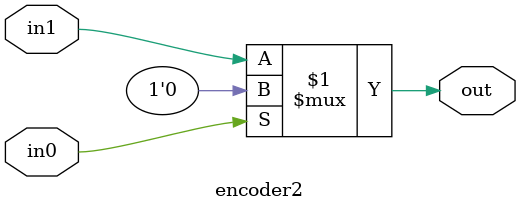
<source format=sv>

module encoder2
(
	input in0, in1,
	output logic out
);

assign out = (in0) ? 1'b0 : in1; 

endmodule: encoder2

</source>
